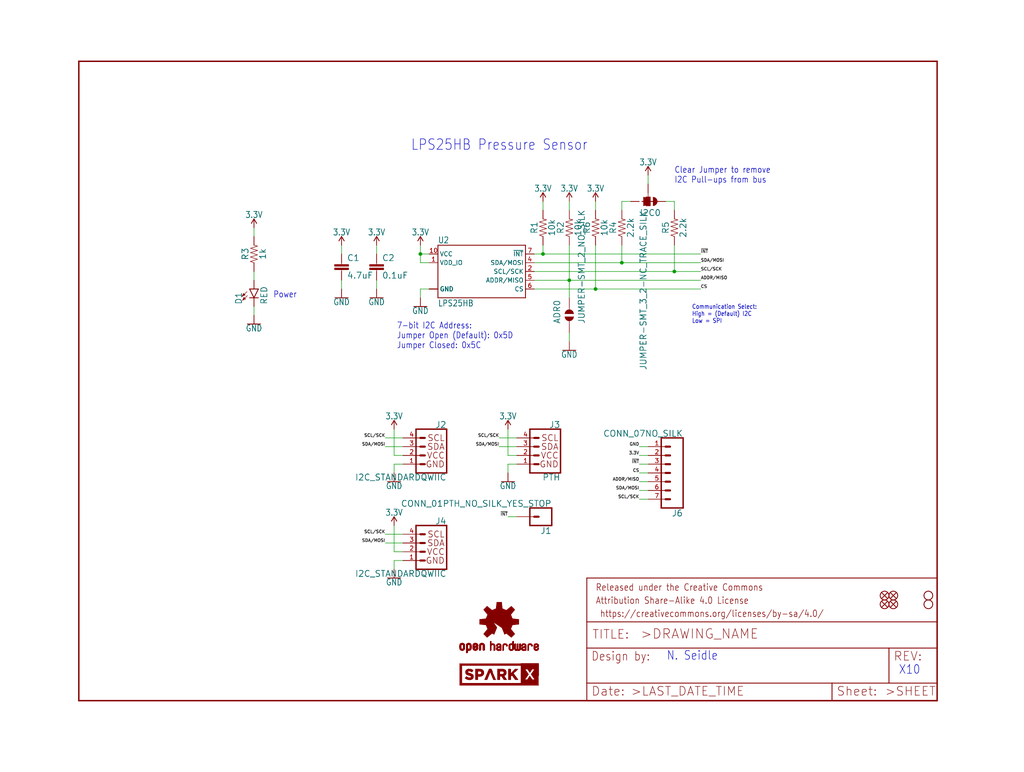
<source format=kicad_sch>
(kicad_sch (version 20211123) (generator eeschema)
  (paper "User" 297.002 223.926)
  (lib_symbols
    (symbol "eagleSchem-eagle-import:0.1UF-0603-25V-(+80{slash}-20%)"
      (property "Reference" "C" (at 1.524 2.921 0))
      (property "Value" "0.1UF-0603-25V-(+80{slash}-20%)" (at 1.524 -2.159 0))
      (symbol "0.1UF-0603-25V-(+80{slash}-20%)_1_0"
        (pin passive line (at 0 5.08 270) (length 2.54) (name "1") (number "1"))
        (pin passive line (at 0 -2.54 90) (length 2.54) (name "2") (number "2"))
      )
    )
    (symbol "eagleSchem-eagle-import:10KOHM-0603-1{slash}10W-1%"
      (property "Reference" "R" (at 0 1.524 0))
      (property "Value" "10KOHM-0603-1{slash}10W-1%" (at 0 -1.524 0))
      (symbol "10KOHM-0603-1{slash}10W-1%_1_0"
        (pin passive line (at -5.08 0 0) (length 2.54) (name "1") (number "1"))
        (pin passive line (at 5.08 0 180) (length 2.54) (name "2") (number "2"))
      )
    )
    (symbol "eagleSchem-eagle-import:1KOHM-0603-1{slash}10W-1%"
      (property "Reference" "R" (at 0 1.524 0))
      (property "Value" "1KOHM-0603-1{slash}10W-1%" (at 0 -1.524 0))
      (symbol "1KOHM-0603-1{slash}10W-1%_1_0"
        (pin passive line (at -5.08 0 0) (length 2.54) (name "1") (number "1"))
        (pin passive line (at 5.08 0 180) (length 2.54) (name "2") (number "2"))
      )
    )
    (symbol "eagleSchem-eagle-import:2.2KOHM-0603-1{slash}10W-1%"
      (property "Reference" "R" (at 0 1.524 0))
      (property "Value" "2.2KOHM-0603-1{slash}10W-1%" (at 0 -1.524 0))
      (symbol "2.2KOHM-0603-1{slash}10W-1%_1_0"
        (pin passive line (at -5.08 0 0) (length 2.54) (name "1") (number "1"))
        (pin passive line (at 5.08 0 180) (length 2.54) (name "2") (number "2"))
      )
    )
    (symbol "eagleSchem-eagle-import:3.3V" (power)
      (property "Value" "3.3V" (at 0 2.794 0))
      (symbol "3.3V_1_0"
        (pin power_in line (at 0 0 90) (length 2.54) (name "3.3V") (number "1"))
      )
    )
    (symbol "eagleSchem-eagle-import:4.7UF0603"
      (property "Reference" "C" (at 1.524 2.921 0))
      (property "Value" "4.7UF0603" (at 1.524 -2.159 0))
      (symbol "4.7UF0603_1_0"
        (pin passive line (at 0 5.08 270) (length 2.54) (name "1") (number "1"))
        (pin passive line (at 0 -2.54 90) (length 2.54) (name "2") (number "2"))
      )
    )
    (symbol "eagleSchem-eagle-import:CONN_01PTH_NO_SILK_YES_STOP"
      (property "Reference" "J" (at -2.54 3.048 0))
      (property "Value" "CONN_01PTH_NO_SILK_YES_STOP" (at -2.54 -4.826 0))
      (symbol "CONN_01PTH_NO_SILK_YES_STOP_1_0"
        (pin passive line (at 7.62 0 180) (length 5.08) (name "1") (number "1"))
      )
    )
    (symbol "eagleSchem-eagle-import:CONN_07NO_SILK"
      (property "Reference" "J" (at -5.08 13.208 0))
      (property "Value" "CONN_07NO_SILK" (at -5.08 -9.906 0))
      (symbol "CONN_07NO_SILK_1_0"
        (pin passive line (at 5.08 -5.08 180) (length 5.08) (name "1") (number "1"))
        (pin passive line (at 5.08 -2.54 180) (length 5.08) (name "2") (number "2"))
        (pin passive line (at 5.08 0 180) (length 5.08) (name "3") (number "3"))
        (pin passive line (at 5.08 2.54 180) (length 5.08) (name "4") (number "4"))
        (pin passive line (at 5.08 5.08 180) (length 5.08) (name "5") (number "5"))
        (pin passive line (at 5.08 7.62 180) (length 5.08) (name "6") (number "6"))
        (pin passive line (at 5.08 10.16 180) (length 5.08) (name "7") (number "7"))
      )
    )
    (symbol "eagleSchem-eagle-import:FIDUCIALUFIDUCIAL")
    (symbol "eagleSchem-eagle-import:FRAME-LETTER"
      (symbol "FRAME-LETTER_2_0"
        (text " https://creativecommons.org/licenses/by-sa/4.0/" (at 2.54 24.13 0) (effects (font (size 1.9304 1.6408)) (justify left bottom)))
        (text ">DRAWING_NAME" (at 15.494 17.78 0) (effects (font (size 2.7432 2.7432)) (justify left bottom)))
        (text ">LAST_DATE_TIME" (at 12.7 1.27 0) (effects (font (size 2.54 2.54)) (justify left bottom)))
        (text ">SHEET" (at 86.36 1.27 0) (effects (font (size 2.54 2.54)) (justify left bottom)))
        (text "Attribution Share-Alike 4.0 License" (at 2.54 27.94 0) (effects (font (size 1.9304 1.6408)) (justify left bottom)))
        (text "Date:" (at 1.27 1.27 0) (effects (font (size 2.54 2.54)) (justify left bottom)))
        (text "Design by:" (at 1.27 11.43 0) (effects (font (size 2.54 2.159)) (justify left bottom)))
        (text "Released under the Creative Commons" (at 2.54 31.75 0) (effects (font (size 1.9304 1.6408)) (justify left bottom)))
        (text "REV:" (at 88.9 11.43 0) (effects (font (size 2.54 2.54)) (justify left bottom)))
        (text "Sheet:" (at 72.39 1.27 0) (effects (font (size 2.54 2.54)) (justify left bottom)))
        (text "TITLE:" (at 1.524 17.78 0) (effects (font (size 2.54 2.54)) (justify left bottom)))
      )
    )
    (symbol "eagleSchem-eagle-import:GND" (power)
      (property "Value" "GND" (at 0 -0.254 0))
      (symbol "GND_1_0"
        (pin power_in line (at 0 2.54 270) (length 2.54) (name "GND") (number "1"))
      )
    )
    (symbol "eagleSchem-eagle-import:I2C_STANDARDQWIIC"
      (property "Reference" "J" (at -5.08 7.874 0))
      (property "Value" "I2C_STANDARDQWIIC" (at -5.08 -5.334 0))
      (symbol "I2C_STANDARDQWIIC_1_0"
        (text "GND" (at -4.572 -2.54 0) (effects (font (size 1.778 1.778)) (justify left)))
        (text "SCL" (at -4.572 5.08 0) (effects (font (size 1.778 1.778)) (justify left)))
        (text "SDA" (at -4.572 2.54 0) (effects (font (size 1.778 1.778)) (justify left)))
        (text "VCC" (at -4.572 0 0) (effects (font (size 1.778 1.778)) (justify left)))
        (pin power_in line (at 7.62 -2.54 180) (length 5.08) (name "1") (number "1"))
        (pin power_in line (at 7.62 0 180) (length 5.08) (name "2") (number "2"))
        (pin passive line (at 7.62 2.54 180) (length 5.08) (name "3") (number "3"))
        (pin passive line (at 7.62 5.08 180) (length 5.08) (name "4") (number "4"))
      )
    )
    (symbol "eagleSchem-eagle-import:I2C_STANDARD_NO_SILK"
      (property "Reference" "J" (at -5.08 7.874 0))
      (property "Value" "I2C_STANDARD_NO_SILK" (at -5.08 -5.334 0))
      (symbol "I2C_STANDARD_NO_SILK_1_0"
        (text "GND" (at -4.572 -2.54 0) (effects (font (size 1.778 1.778)) (justify left)))
        (text "SCL" (at -4.572 5.08 0) (effects (font (size 1.778 1.778)) (justify left)))
        (text "SDA" (at -4.572 2.54 0) (effects (font (size 1.778 1.778)) (justify left)))
        (text "VCC" (at -4.572 0 0) (effects (font (size 1.778 1.778)) (justify left)))
        (pin power_in line (at 7.62 -2.54 180) (length 5.08) (name "1") (number "1"))
        (pin power_in line (at 7.62 0 180) (length 5.08) (name "2") (number "2"))
        (pin passive line (at 7.62 2.54 180) (length 5.08) (name "3") (number "3"))
        (pin passive line (at 7.62 5.08 180) (length 5.08) (name "4") (number "4"))
      )
    )
    (symbol "eagleSchem-eagle-import:JUMPER-SMT_2_NO_SILK"
      (property "Reference" "JP" (at -2.54 2.54 0))
      (property "Value" "JUMPER-SMT_2_NO_SILK" (at -2.54 -2.54 0))
      (symbol "JUMPER-SMT_2_NO_SILK_1_0"
        (pin passive line (at -5.08 0 0) (length 2.54) (name "1") (number "1"))
        (pin passive line (at 5.08 0 180) (length 2.54) (name "2") (number "2"))
      )
    )
    (symbol "eagleSchem-eagle-import:JUMPER-SMT_3_2-NC_TRACE_SILK"
      (property "Reference" "JP" (at 2.54 0.381 0))
      (property "Value" "JUMPER-SMT_3_2-NC_TRACE_SILK" (at 2.54 -0.381 0))
      (symbol "JUMPER-SMT_3_2-NC_TRACE_SILK_1_0"
        (pin passive line (at 0 5.08 270) (length 2.54) (name "1") (number "1"))
        (pin passive line (at -5.08 0 0) (length 2.54) (name "2") (number "2"))
        (pin passive line (at 0 -5.08 90) (length 2.54) (name "3") (number "3"))
      )
    )
    (symbol "eagleSchem-eagle-import:LED-RED0603"
      (property "Reference" "D" (at -3.429 -4.572 90))
      (property "Value" "LED-RED0603" (at 1.905 -4.572 90))
      (symbol "LED-RED0603_1_0"
        (pin passive line (at 0 2.54 270) (length 2.54) (name "A") (number "A"))
        (pin passive line (at 0 -5.08 90) (length 2.54) (name "C") (number "C"))
      )
    )
    (symbol "eagleSchem-eagle-import:LPS25HB"
      (property "Reference" "U" (at -12.7 8.128 0))
      (property "Value" "LPS25HB" (at -12.7 -10.16 0))
      (symbol "LPS25HB_1_0"
        (pin bidirectional line (at -15.24 2.54 0) (length 2.54) (name "VDD_IO") (number "1"))
        (pin bidirectional line (at -15.24 5.08 0) (length 2.54) (name "VCC") (number "10"))
        (pin bidirectional line (at 15.24 0 180) (length 2.54) (name "SCL/SCK") (number "2"))
        (pin bidirectional line (at -15.24 -5.08 0) (length 2.54) (name "GND") (number "3"))
        (pin bidirectional line (at 15.24 2.54 180) (length 2.54) (name "SDA/MOSI") (number "4"))
        (pin bidirectional line (at 15.24 -2.54 180) (length 2.54) (name "ADDR/MISO") (number "5"))
        (pin bidirectional line (at 15.24 -5.08 180) (length 2.54) (name "CS") (number "6"))
        (pin bidirectional line (at 15.24 5.08 180) (length 2.54) (name "~{INT}") (number "7"))
        (pin bidirectional line (at -15.24 -5.08 0) (length 2.54) (name "GND") (number "8"))
        (pin bidirectional line (at -15.24 -5.08 0) (length 2.54) (name "GND") (number "9"))
      )
    )
    (symbol "eagleSchem-eagle-import:OSHW-LOGOMINI")
    (symbol "eagleSchem-eagle-import:SPARKX-LOGO4")
    (symbol "eagleSchem-eagle-import:STAND-OFF")
  )
  (junction (at 165.1 81.28))
  (junction (at 157.48 73.66))
  (junction (at 180.34 76.2))
  (junction (at 172.72 83.82))
  (junction (at 195.58 78.74))
  (junction (at 121.92 73.66))
  (wire (pts (xy 180.34 76.2) (xy 203.2 76.2)))
  (wire (pts (xy 157.48 71.12) (xy 157.48 73.66)))
  (wire (pts (xy 116.84 157.48) (xy 111.76 157.48)))
  (wire (pts (xy 99.06 71.12) (xy 99.06 73.66)))
  (wire (pts (xy 147.32 134.62) (xy 147.32 137.16)))
  (wire (pts (xy 116.84 127) (xy 111.76 127)))
  (wire (pts (xy 154.94 83.82) (xy 172.72 83.82)))
  (wire (pts (xy 195.58 78.74) (xy 203.2 78.74)))
  (wire (pts (xy 187.96 142.24) (xy 185.42 142.24)))
  (wire (pts (xy 109.22 83.82) (xy 109.22 81.28)))
  (wire (pts (xy 149.86 134.62) (xy 147.32 134.62)))
  (wire (pts (xy 116.84 132.08) (xy 114.3 132.08)))
  (wire (pts (xy 99.06 83.82) (xy 99.06 81.28)))
  (wire (pts (xy 165.1 86.36) (xy 165.1 81.28)))
  (wire (pts (xy 121.92 73.66) (xy 121.92 71.12)))
  (wire (pts (xy 187.96 139.7) (xy 185.42 139.7)))
  (wire (pts (xy 154.94 76.2) (xy 180.34 76.2)))
  (wire (pts (xy 149.86 129.54) (xy 144.78 129.54)))
  (wire (pts (xy 180.34 60.96) (xy 180.34 58.42)))
  (wire (pts (xy 149.86 127) (xy 144.78 127)))
  (wire (pts (xy 172.72 58.42) (xy 172.72 60.96)))
  (wire (pts (xy 195.58 60.96) (xy 195.58 58.42)))
  (wire (pts (xy 109.22 71.12) (xy 109.22 73.66)))
  (wire (pts (xy 73.66 81.28) (xy 73.66 78.74)))
  (wire (pts (xy 116.84 154.94) (xy 111.76 154.94)))
  (wire (pts (xy 154.94 73.66) (xy 157.48 73.66)))
  (wire (pts (xy 116.84 162.56) (xy 114.3 162.56)))
  (wire (pts (xy 114.3 132.08) (xy 114.3 124.46)))
  (wire (pts (xy 121.92 76.2) (xy 121.92 73.66)))
  (wire (pts (xy 187.96 132.08) (xy 185.42 132.08)))
  (wire (pts (xy 147.32 132.08) (xy 147.32 124.46)))
  (wire (pts (xy 187.96 137.16) (xy 185.42 137.16)))
  (wire (pts (xy 114.3 160.02) (xy 114.3 152.4)))
  (wire (pts (xy 114.3 162.56) (xy 114.3 165.1)))
  (wire (pts (xy 165.1 81.28) (xy 203.2 81.28)))
  (wire (pts (xy 195.58 71.12) (xy 195.58 78.74)))
  (wire (pts (xy 157.48 73.66) (xy 203.2 73.66)))
  (wire (pts (xy 187.96 134.62) (xy 185.42 134.62)))
  (wire (pts (xy 187.96 129.54) (xy 185.42 129.54)))
  (wire (pts (xy 73.66 68.58) (xy 73.66 66.04)))
  (wire (pts (xy 195.58 58.42) (xy 193.04 58.42)))
  (wire (pts (xy 124.46 83.82) (xy 121.92 83.82)))
  (wire (pts (xy 121.92 83.82) (xy 121.92 86.36)))
  (wire (pts (xy 116.84 134.62) (xy 114.3 134.62)))
  (wire (pts (xy 149.86 132.08) (xy 147.32 132.08)))
  (wire (pts (xy 116.84 160.02) (xy 114.3 160.02)))
  (wire (pts (xy 154.94 78.74) (xy 195.58 78.74)))
  (wire (pts (xy 154.94 81.28) (xy 165.1 81.28)))
  (wire (pts (xy 165.1 71.12) (xy 165.1 81.28)))
  (wire (pts (xy 114.3 134.62) (xy 114.3 137.16)))
  (wire (pts (xy 149.86 149.86) (xy 147.32 149.86)))
  (wire (pts (xy 180.34 58.42) (xy 182.88 58.42)))
  (wire (pts (xy 180.34 71.12) (xy 180.34 76.2)))
  (wire (pts (xy 172.72 83.82) (xy 203.2 83.82)))
  (wire (pts (xy 187.96 50.8) (xy 187.96 53.34)))
  (wire (pts (xy 157.48 58.42) (xy 157.48 60.96)))
  (wire (pts (xy 124.46 76.2) (xy 121.92 76.2)))
  (wire (pts (xy 165.1 58.42) (xy 165.1 60.96)))
  (wire (pts (xy 73.66 91.44) (xy 73.66 88.9)))
  (wire (pts (xy 116.84 129.54) (xy 111.76 129.54)))
  (wire (pts (xy 124.46 73.66) (xy 121.92 73.66)))
  (wire (pts (xy 165.1 96.52) (xy 165.1 99.06)))
  (wire (pts (xy 187.96 144.78) (xy 185.42 144.78)))
  (wire (pts (xy 172.72 71.12) (xy 172.72 83.82)))
  (text "Communication Select:\nHigh = (Default) I2C\nLow = SPI" (at 200.66 93.98 180) (effects (font (size 1.27 1.0795)) (justify left bottom)))
  (text "7-bit I2C Address:\nJumper Open (Default): 0x5D\nJumper Closed: 0x5C" (at 115.062 101.346 180) (effects (font (size 1.778 1.5113)) (justify left bottom)))
  (text "Clear Jumper to remove\nI2C Pull-ups from bus" (at 195.58 53.34 180) (effects (font (size 1.778 1.5113)) (justify left bottom)))
  (text "N. Seidle" (at 193.294 191.77 180) (effects (font (size 2.54 2.159)) (justify left bottom)))
  (text "X10" (at 260.604 195.834 180) (effects (font (size 2.54 2.159)) (justify left bottom)))
  (text "Power" (at 79.248 86.614 180) (effects (font (size 1.778 1.5113)) (justify left bottom)))
  (text "LPS25HB Pressure Sensor" (at 119.126 43.942 180) (effects (font (size 3.048 2.5908)) (justify left bottom)))
  (label "GND" (at 185.42 129.54 180) (effects (font (size 0.889 0.889))))
  (label "SDA/MOSI" (at 111.76 129.54 180) (effects (font (size 0.889 0.889))))
  (label "~{INT}" (at 203.2 73.66 0) (effects (font (size 0.889 0.889))))
  (label "SCL/SCK" (at 111.76 154.94 180) (effects (font (size 0.889 0.889))))
  (label "SCL/SCK" (at 185.42 144.78 180) (effects (font (size 0.889 0.889))))
  (label "SDA/MOSI" (at 203.2 76.2 0) (effects (font (size 0.889 0.889))))
  (label "SDA/MOSI" (at 111.76 157.48 180) (effects (font (size 0.889 0.889))))
  (label "SCL/SCK" (at 203.2 78.74 0) (effects (font (size 0.889 0.889))))
  (label "~{INT}" (at 147.32 149.86 180) (effects (font (size 0.889 0.889))))
  (label "CS" (at 203.2 83.82 0) (effects (font (size 0.889 0.889))))
  (label "SDA/MOSI" (at 144.78 129.54 180) (effects (font (size 0.889 0.889))))
  (label "3.3V" (at 185.42 132.08 180) (effects (font (size 0.889 0.889))))
  (label "SDA/MOSI" (at 185.42 142.24 180) (effects (font (size 0.889 0.889))))
  (label "CS" (at 185.42 137.16 180) (effects (font (size 0.889 0.889))))
  (label "SCL/SCK" (at 111.76 127 180) (effects (font (size 0.889 0.889))))
  (label "SCL/SCK" (at 144.78 127 180) (effects (font (size 0.889 0.889))))
  (label "ADDR/MISO" (at 203.2 81.28 0) (effects (font (size 0.889 0.889))))
  (label "ADDR/MISO" (at 185.42 139.7 180) (effects (font (size 0.889 0.889))))
  (label "~{INT}" (at 185.42 134.62 180) (effects (font (size 0.889 0.889))))
  (symbol (lib_id "eagleSchem-eagle-import:0.1UF-0603-25V-(+80{slash}-20%)") (at 109.22 78.74 0) (unit 1)
    (property "Reference" "C2" (at 110.744 75.819 0) (effects (font (size 1.778 1.778)) (justify left bottom)))
    (property "Value" "0.1uF" (at 110.744 80.899 0) (effects (font (size 1.778 1.778)) (justify left bottom)))
    (property "Footprint" "eagleSchem:0603" (effects hide))
  )
  (symbol (lib_id "eagleSchem-eagle-import:3.3V") (at 172.72 58.42 0) (unit 1)
    (property "Reference" "#SUPPLY12" (effects hide))
    (property "Value" "3.3V" (at 172.72 55.626 0) (effects (font (size 1.778 1.5113)) (justify bottom)))
    (property "Footprint" "eagleSchem:" (effects hide))
  )
  (symbol (lib_id "eagleSchem-eagle-import:FIDUCIALUFIDUCIAL") (at 256.54 172.72 0) (unit 1)
    (property "Reference" "JP2" (effects hide))
    (property "Value" "FIDUCIALUFIDUCIAL" (effects hide))
    (property "Footprint" "eagleSchem:MICRO-FIDUCIAL" (effects hide))
  )
  (symbol (lib_id "eagleSchem-eagle-import:I2C_STANDARDQWIIC") (at 124.46 160.02 0) (mirror y) (unit 1)
    (property "Reference" "J4" (at 129.54 152.146 0) (effects (font (size 1.778 1.778)) (justify left bottom)))
    (property "Value" "I2C_STANDARDQWIIC" (at 129.54 165.354 0) (effects (font (size 1.778 1.778)) (justify left top)))
    (property "Footprint" "eagleSchem:1X04_1MM_RA" (effects hide))
  )
  (symbol (lib_id "eagleSchem-eagle-import:JUMPER-SMT_2_NO_SILK") (at 165.1 91.44 90) (unit 1)
    (property "Reference" "ADR0" (at 162.56 93.98 0) (effects (font (size 1.778 1.778)) (justify left bottom)))
    (property "Value" "JUMPER-SMT_2_NO_SILK" (at 167.64 93.98 0) (effects (font (size 1.778 1.778)) (justify left top)))
    (property "Footprint" "eagleSchem:SMT-JUMPER_2_NO_SILK" (effects hide))
  )
  (symbol (lib_id "eagleSchem-eagle-import:STAND-OFF") (at 269.24 172.72 0) (unit 1)
    (property "Reference" "JP3" (effects hide))
    (property "Value" "STAND-OFF" (effects hide))
    (property "Footprint" "eagleSchem:STAND-OFF" (effects hide))
  )
  (symbol (lib_id "eagleSchem-eagle-import:SPARKX-LOGO4") (at 144.78 195.58 0) (unit 1)
    (property "Reference" "U$2" (effects hide))
    (property "Value" "SPARKX-LOGO4" (effects hide))
    (property "Footprint" "eagleSchem:SPARKX-MEDIUM" (effects hide))
  )
  (symbol (lib_id "eagleSchem-eagle-import:3.3V") (at 73.66 66.04 0) (unit 1)
    (property "Reference" "#SUPPLY10" (effects hide))
    (property "Value" "3.3V" (at 73.66 63.246 0) (effects (font (size 1.778 1.5113)) (justify bottom)))
    (property "Footprint" "eagleSchem:" (effects hide))
  )
  (symbol (lib_id "eagleSchem-eagle-import:FRAME-LETTER") (at 22.86 203.2 0) (unit 1)
    (property "Reference" "FRAME1" (effects hide))
    (property "Value" "FRAME-LETTER" (effects hide))
    (property "Footprint" "eagleSchem:CREATIVE_COMMONS" (effects hide))
  )
  (symbol (lib_id "eagleSchem-eagle-import:3.3V") (at 121.92 71.12 0) (unit 1)
    (property "Reference" "#SUPPLY2" (effects hide))
    (property "Value" "3.3V" (at 121.92 68.326 0) (effects (font (size 1.778 1.5113)) (justify bottom)))
    (property "Footprint" "eagleSchem:" (effects hide))
  )
  (symbol (lib_id "eagleSchem-eagle-import:FIDUCIALUFIDUCIAL") (at 259.08 172.72 0) (unit 1)
    (property "Reference" "JP6" (effects hide))
    (property "Value" "FIDUCIALUFIDUCIAL" (effects hide))
    (property "Footprint" "eagleSchem:MICRO-FIDUCIAL" (effects hide))
  )
  (symbol (lib_id "eagleSchem-eagle-import:OSHW-LOGOMINI") (at 144.78 180.34 0) (unit 1)
    (property "Reference" "LOGO1" (effects hide))
    (property "Value" "OSHW-LOGOMINI" (effects hide))
    (property "Footprint" "eagleSchem:OSHW-LOGO-MINI" (effects hide))
  )
  (symbol (lib_id "eagleSchem-eagle-import:GND") (at 114.3 139.7 0) (unit 1)
    (property "Reference" "#GND6" (effects hide))
    (property "Value" "GND" (at 114.3 139.954 0) (effects (font (size 1.778 1.5113)) (justify top)))
    (property "Footprint" "eagleSchem:" (effects hide))
  )
  (symbol (lib_id "eagleSchem-eagle-import:3.3V") (at 147.32 124.46 0) (unit 1)
    (property "Reference" "#SUPPLY7" (effects hide))
    (property "Value" "3.3V" (at 147.32 121.666 0) (effects (font (size 1.778 1.5113)) (justify bottom)))
    (property "Footprint" "eagleSchem:" (effects hide))
  )
  (symbol (lib_id "eagleSchem-eagle-import:LPS25HB") (at 139.7 78.74 0) (unit 1)
    (property "Reference" "U2" (at 127 70.612 0) (effects (font (size 1.778 1.5113)) (justify left bottom)))
    (property "Value" "LPS25HB" (at 127 88.9 0) (effects (font (size 1.778 1.5113)) (justify left bottom)))
    (property "Footprint" "eagleSchem:LPS25HB" (effects hide))
  )
  (symbol (lib_id "eagleSchem-eagle-import:2.2KOHM-0603-1{slash}10W-1%") (at 180.34 66.04 90) (unit 1)
    (property "Reference" "R4" (at 178.816 66.04 0) (effects (font (size 1.778 1.778)) (justify bottom)))
    (property "Value" "2.2k" (at 181.864 66.04 0) (effects (font (size 1.778 1.778)) (justify top)))
    (property "Footprint" "eagleSchem:0603" (effects hide))
  )
  (symbol (lib_id "eagleSchem-eagle-import:3.3V") (at 114.3 152.4 0) (unit 1)
    (property "Reference" "#SUPPLY8" (effects hide))
    (property "Value" "3.3V" (at 114.3 149.606 0) (effects (font (size 1.778 1.5113)) (justify bottom)))
    (property "Footprint" "eagleSchem:" (effects hide))
  )
  (symbol (lib_id "eagleSchem-eagle-import:JUMPER-SMT_3_2-NC_TRACE_SILK") (at 187.96 58.42 270) (unit 1)
    (property "Reference" "I2C0" (at 185.42 62.738 90) (effects (font (size 1.778 1.778)) (justify left bottom)))
    (property "Value" "JUMPER-SMT_3_2-NC_TRACE_SILK" (at 187.579 60.96 0) (effects (font (size 1.778 1.778)) (justify left top)))
    (property "Footprint" "eagleSchem:SMT-JUMPER_3_2-NC_TRACE_SILK" (effects hide))
  )
  (symbol (lib_id "eagleSchem-eagle-import:10KOHM-0603-1{slash}10W-1%") (at 157.48 66.04 90) (unit 1)
    (property "Reference" "R1" (at 155.956 66.04 0) (effects (font (size 1.778 1.778)) (justify bottom)))
    (property "Value" "10k" (at 159.004 66.04 0) (effects (font (size 1.778 1.778)) (justify top)))
    (property "Footprint" "eagleSchem:0603" (effects hide))
  )
  (symbol (lib_id "eagleSchem-eagle-import:GND") (at 99.06 86.36 0) (unit 1)
    (property "Reference" "#GND1" (effects hide))
    (property "Value" "GND" (at 99.06 86.614 0) (effects (font (size 1.778 1.5113)) (justify top)))
    (property "Footprint" "eagleSchem:" (effects hide))
  )
  (symbol (lib_id "eagleSchem-eagle-import:GND") (at 73.66 93.98 0) (unit 1)
    (property "Reference" "#GND3" (effects hide))
    (property "Value" "GND" (at 73.66 94.234 0) (effects (font (size 1.778 1.5113)) (justify top)))
    (property "Footprint" "eagleSchem:" (effects hide))
  )
  (symbol (lib_id "eagleSchem-eagle-import:3.3V") (at 109.22 71.12 0) (unit 1)
    (property "Reference" "#SUPPLY6" (effects hide))
    (property "Value" "3.3V" (at 109.22 68.326 0) (effects (font (size 1.778 1.5113)) (justify bottom)))
    (property "Footprint" "eagleSchem:" (effects hide))
  )
  (symbol (lib_id "eagleSchem-eagle-import:3.3V") (at 187.96 50.8 0) (unit 1)
    (property "Reference" "#SUPPLY1" (effects hide))
    (property "Value" "3.3V" (at 187.96 48.006 0) (effects (font (size 1.778 1.5113)) (justify bottom)))
    (property "Footprint" "eagleSchem:" (effects hide))
  )
  (symbol (lib_id "eagleSchem-eagle-import:2.2KOHM-0603-1{slash}10W-1%") (at 195.58 66.04 90) (unit 1)
    (property "Reference" "R5" (at 194.056 66.04 0) (effects (font (size 1.778 1.778)) (justify bottom)))
    (property "Value" "2.2k" (at 197.104 66.04 0) (effects (font (size 1.778 1.778)) (justify top)))
    (property "Footprint" "eagleSchem:0603" (effects hide))
  )
  (symbol (lib_id "eagleSchem-eagle-import:GND") (at 165.1 101.6 0) (unit 1)
    (property "Reference" "#GND9" (effects hide))
    (property "Value" "GND" (at 165.1 101.854 0) (effects (font (size 1.778 1.5113)) (justify top)))
    (property "Footprint" "eagleSchem:" (effects hide))
  )
  (symbol (lib_id "eagleSchem-eagle-import:STAND-OFF") (at 269.24 175.26 0) (unit 1)
    (property "Reference" "JP4" (effects hide))
    (property "Value" "STAND-OFF" (effects hide))
    (property "Footprint" "eagleSchem:STAND-OFF" (effects hide))
  )
  (symbol (lib_id "eagleSchem-eagle-import:3.3V") (at 99.06 71.12 0) (unit 1)
    (property "Reference" "#SUPPLY3" (effects hide))
    (property "Value" "3.3V" (at 99.06 68.326 0) (effects (font (size 1.778 1.5113)) (justify bottom)))
    (property "Footprint" "eagleSchem:" (effects hide))
  )
  (symbol (lib_id "eagleSchem-eagle-import:GND") (at 121.92 88.9 0) (unit 1)
    (property "Reference" "#GND2" (effects hide))
    (property "Value" "GND" (at 121.92 89.154 0) (effects (font (size 1.778 1.5113)) (justify top)))
    (property "Footprint" "eagleSchem:" (effects hide))
  )
  (symbol (lib_id "eagleSchem-eagle-import:4.7UF0603") (at 99.06 78.74 0) (unit 1)
    (property "Reference" "C1" (at 100.584 75.819 0) (effects (font (size 1.778 1.778)) (justify left bottom)))
    (property "Value" "4.7uF" (at 100.584 80.899 0) (effects (font (size 1.778 1.778)) (justify left bottom)))
    (property "Footprint" "eagleSchem:0603" (effects hide))
  )
  (symbol (lib_id "eagleSchem-eagle-import:3.3V") (at 157.48 58.42 0) (unit 1)
    (property "Reference" "#SUPPLY9" (effects hide))
    (property "Value" "3.3V" (at 157.48 55.626 0) (effects (font (size 1.778 1.5113)) (justify bottom)))
    (property "Footprint" "eagleSchem:" (effects hide))
  )
  (symbol (lib_id "eagleSchem-eagle-import:FIDUCIALUFIDUCIAL") (at 259.08 175.26 0) (unit 1)
    (property "Reference" "JP1" (effects hide))
    (property "Value" "FIDUCIALUFIDUCIAL" (effects hide))
    (property "Footprint" "eagleSchem:MICRO-FIDUCIAL" (effects hide))
  )
  (symbol (lib_id "eagleSchem-eagle-import:GND") (at 147.32 139.7 0) (unit 1)
    (property "Reference" "#GND7" (effects hide))
    (property "Value" "GND" (at 147.32 139.954 0) (effects (font (size 1.778 1.5113)) (justify top)))
    (property "Footprint" "eagleSchem:" (effects hide))
  )
  (symbol (lib_id "eagleSchem-eagle-import:CONN_07NO_SILK") (at 193.04 134.62 180) (unit 1)
    (property "Reference" "J6" (at 198.12 147.828 0) (effects (font (size 1.778 1.778)) (justify left bottom)))
    (property "Value" "CONN_07NO_SILK" (at 198.12 124.714 0) (effects (font (size 1.778 1.778)) (justify left bottom)))
    (property "Footprint" "eagleSchem:1X07_NO_SILK" (effects hide))
  )
  (symbol (lib_id "eagleSchem-eagle-import:I2C_STANDARDQWIIC") (at 124.46 132.08 0) (mirror y) (unit 1)
    (property "Reference" "J2" (at 129.54 124.206 0) (effects (font (size 1.778 1.778)) (justify left bottom)))
    (property "Value" "I2C_STANDARDQWIIC" (at 129.54 137.414 0) (effects (font (size 1.778 1.778)) (justify left top)))
    (property "Footprint" "eagleSchem:1X04_1MM_RA" (effects hide))
  )
  (symbol (lib_id "eagleSchem-eagle-import:10KOHM-0603-1{slash}10W-1%") (at 165.1 66.04 90) (unit 1)
    (property "Reference" "R2" (at 163.576 66.04 0) (effects (font (size 1.778 1.778)) (justify bottom)))
    (property "Value" "10k" (at 166.624 66.04 0) (effects (font (size 1.778 1.778)) (justify top)))
    (property "Footprint" "eagleSchem:0603" (effects hide))
  )
  (symbol (lib_id "eagleSchem-eagle-import:3.3V") (at 165.1 58.42 0) (unit 1)
    (property "Reference" "#SUPPLY11" (effects hide))
    (property "Value" "3.3V" (at 165.1 55.626 0) (effects (font (size 1.778 1.5113)) (justify bottom)))
    (property "Footprint" "eagleSchem:" (effects hide))
  )
  (symbol (lib_id "eagleSchem-eagle-import:1KOHM-0603-1{slash}10W-1%") (at 73.66 73.66 90) (unit 1)
    (property "Reference" "R3" (at 72.136 73.66 0) (effects (font (size 1.778 1.778)) (justify bottom)))
    (property "Value" "1k" (at 75.184 73.66 0) (effects (font (size 1.778 1.778)) (justify top)))
    (property "Footprint" "eagleSchem:0603" (effects hide))
  )
  (symbol (lib_id "eagleSchem-eagle-import:GND") (at 109.22 86.36 0) (unit 1)
    (property "Reference" "#GND5" (effects hide))
    (property "Value" "GND" (at 109.22 86.614 0) (effects (font (size 1.778 1.5113)) (justify top)))
    (property "Footprint" "eagleSchem:" (effects hide))
  )
  (symbol (lib_id "eagleSchem-eagle-import:3.3V") (at 114.3 124.46 0) (unit 1)
    (property "Reference" "#SUPPLY4" (effects hide))
    (property "Value" "3.3V" (at 114.3 121.666 0) (effects (font (size 1.778 1.5113)) (justify bottom)))
    (property "Footprint" "eagleSchem:" (effects hide))
  )
  (symbol (lib_id "eagleSchem-eagle-import:LED-RED0603") (at 73.66 83.82 0) (unit 1)
    (property "Reference" "D1" (at 70.231 88.392 90) (effects (font (size 1.778 1.778)) (justify left bottom)))
    (property "Value" "RED" (at 75.565 88.392 90) (effects (font (size 1.778 1.778)) (justify left top)))
    (property "Footprint" "eagleSchem:LED-0603" (effects hide))
  )
  (symbol (lib_id "eagleSchem-eagle-import:CONN_01PTH_NO_SILK_YES_STOP") (at 157.48 149.86 180) (unit 1)
    (property "Reference" "J1" (at 160.02 152.908 0) (effects (font (size 1.778 1.778)) (justify left bottom)))
    (property "Value" "CONN_01PTH_NO_SILK_YES_STOP" (at 160.02 145.034 0) (effects (font (size 1.778 1.778)) (justify left bottom)))
    (property "Footprint" "eagleSchem:1X01_NO_SILK" (effects hide))
  )
  (symbol (lib_id "eagleSchem-eagle-import:FRAME-LETTER") (at 170.18 203.2 0) (unit 2)
    (property "Reference" "FRAME1" (effects hide))
    (property "Value" "FRAME-LETTER" (effects hide))
    (property "Footprint" "eagleSchem:CREATIVE_COMMONS" (effects hide))
  )
  (symbol (lib_id "eagleSchem-eagle-import:I2C_STANDARD_NO_SILK") (at 157.48 132.08 0) (mirror y) (unit 1)
    (property "Reference" "J3" (at 162.56 124.206 0) (effects (font (size 1.778 1.778)) (justify left bottom)))
    (property "Value" "PTH" (at 162.56 137.414 0) (effects (font (size 1.778 1.778)) (justify left top)))
    (property "Footprint" "eagleSchem:1X04_NO_SILK" (effects hide))
  )
  (symbol (lib_id "eagleSchem-eagle-import:10KOHM-0603-1{slash}10W-1%") (at 172.72 66.04 90) (unit 1)
    (property "Reference" "R6" (at 171.196 66.04 0) (effects (font (size 1.778 1.778)) (justify bottom)))
    (property "Value" "10k" (at 174.244 66.04 0) (effects (font (size 1.778 1.778)) (justify top)))
    (property "Footprint" "eagleSchem:0603" (effects hide))
  )
  (symbol (lib_id "eagleSchem-eagle-import:GND") (at 114.3 167.64 0) (unit 1)
    (property "Reference" "#GND8" (effects hide))
    (property "Value" "GND" (at 114.3 167.894 0) (effects (font (size 1.778 1.5113)) (justify top)))
    (property "Footprint" "eagleSchem:" (effects hide))
  )
  (symbol (lib_id "eagleSchem-eagle-import:FIDUCIALUFIDUCIAL") (at 256.54 175.26 0) (unit 1)
    (property "Reference" "JP5" (effects hide))
    (property "Value" "FIDUCIALUFIDUCIAL" (effects hide))
    (property "Footprint" "eagleSchem:MICRO-FIDUCIAL" (effects hide))
  )
)
</source>
